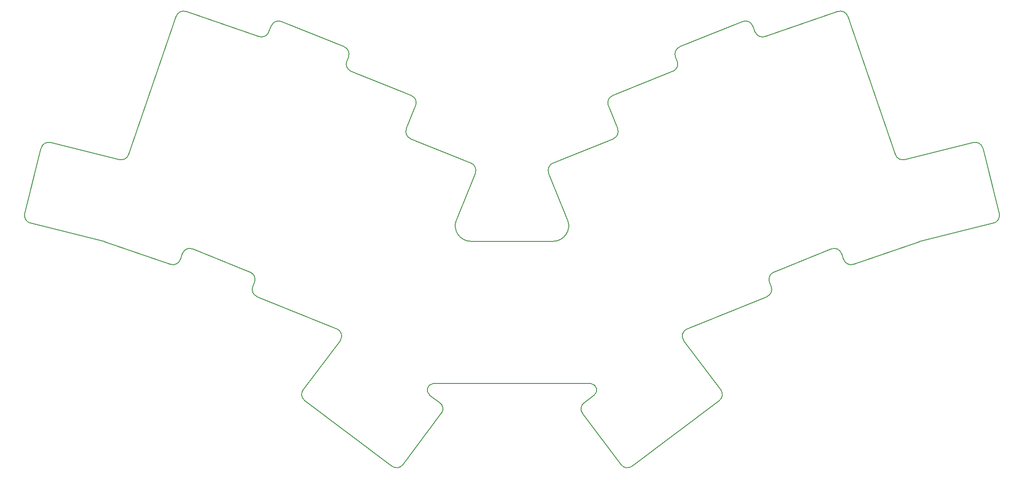
<source format=gbr>
%TF.GenerationSoftware,KiCad,Pcbnew,8.0.5*%
%TF.CreationDate,2024-09-08T16:16:33+10:00*%
%TF.ProjectId,akohekohe,616b6f68-656b-46f6-9865-2e6b69636164,0.1*%
%TF.SameCoordinates,Original*%
%TF.FileFunction,Profile,NP*%
%FSLAX46Y46*%
G04 Gerber Fmt 4.6, Leading zero omitted, Abs format (unit mm)*
G04 Created by KiCad (PCBNEW 8.0.5) date 2024-09-08 16:16:33*
%MOMM*%
%LPD*%
G01*
G04 APERTURE LIST*
%TA.AperFunction,Profile*%
%ADD10C,0.150000*%
%TD*%
G04 APERTURE END LIST*
D10*
X68404783Y-112050324D02*
G75*
G02*
X67312267Y-110231988I362910J1455426D01*
G01*
X153103141Y-115538876D02*
G75*
G02*
X150321573Y-111415041I-52J2999980D01*
G01*
X236541371Y-99818534D02*
G75*
G02*
X234760220Y-98851427I-362875J1455436D01*
G01*
X87263952Y-98851427D02*
G75*
G02*
X85482808Y-99818501I-1418249J488332D01*
G01*
X114727324Y-74049024D02*
X114235972Y-75265143D01*
X179542139Y-89441974D02*
G75*
G02*
X180370992Y-87489210I1390763J561975D01*
G01*
X176228358Y-142949816D02*
G75*
G02*
X176800732Y-145162853I-147477J-1218680D01*
G01*
X194066500Y-134683583D02*
X201168869Y-144108750D01*
X130063352Y-82806695D02*
X141653158Y-87489265D01*
X194066499Y-134683592D02*
G75*
G02*
X194702563Y-132390119I1197979J902695D01*
G01*
X147128433Y-146611258D02*
G75*
G02*
X147423600Y-148711904I-902942J-1197935D01*
G01*
X121150479Y-146209399D02*
X137921848Y-158847540D01*
X129234510Y-80853999D02*
X129562257Y-80042723D01*
X82599810Y-115589532D02*
G75*
G02*
X82725285Y-115626692I-362321J-1453858D01*
G01*
X201168869Y-144108750D02*
G75*
G02*
X200873680Y-146209441I-1197989J-902744D01*
G01*
X127321591Y-132390075D02*
G75*
G02*
X127957573Y-134683528I-561900J-1390723D01*
G01*
X140702628Y-93846087D02*
X142482016Y-89441958D01*
X120855265Y-144108745D02*
X127957628Y-134683570D01*
X99602368Y-117011438D02*
X110663318Y-121480366D01*
X98338905Y-71294739D02*
X112356842Y-76121484D01*
X141653158Y-87489265D02*
G75*
G02*
X142481994Y-89441949I-561866J-1390735D01*
G01*
X234760202Y-98851431D02*
X225591865Y-72224661D01*
X70457212Y-97618160D02*
X67312241Y-110231982D01*
X182001622Y-158552299D02*
X174600491Y-148711968D01*
X110663318Y-121480366D02*
G75*
G02*
X111492106Y-123433041I-561923J-1390723D01*
G01*
X141531492Y-95798771D02*
G75*
G02*
X140702689Y-93846112I562013J1390767D01*
G01*
X150321602Y-111415053D02*
X153950161Y-102434033D01*
X96432260Y-72224663D02*
G75*
G02*
X98338886Y-71294794I1418228J-488339D01*
G01*
X239298874Y-115626711D02*
G75*
G02*
X239424366Y-115589553I485922J-1410593D01*
G01*
X70457225Y-97618163D02*
G75*
G02*
X72275544Y-96525608I1455471J-362938D01*
G01*
X223685227Y-71294730D02*
G75*
G02*
X225591869Y-72224655I488369J-1418262D01*
G01*
X140022510Y-158552294D02*
X147423657Y-148711947D01*
X239298874Y-115626711D02*
X226695197Y-119966520D01*
X205344121Y-73220143D02*
X193290741Y-78090033D01*
X210859767Y-124244344D02*
G75*
G02*
X210030955Y-126197078I-1390782J-561957D01*
G01*
X168902841Y-100481358D02*
X180492636Y-95798774D01*
X147128433Y-146611258D02*
X145221422Y-145165303D01*
X168920998Y-115538873D02*
X153103141Y-115538876D01*
X153121282Y-100481361D02*
G75*
G02*
X153950237Y-102434064I-561894J-1390837D01*
G01*
X192461891Y-80042725D02*
X192789646Y-80854006D01*
X249748617Y-96525590D02*
X236541371Y-99818534D01*
X251566936Y-97618159D02*
X254711921Y-110232010D01*
X168073989Y-102434033D02*
G75*
G02*
X168902826Y-100481315I1390812J561926D01*
G01*
X254711921Y-110232010D02*
G75*
G02*
X253619359Y-112050410I-1455526J-362892D01*
G01*
X97235572Y-119036548D02*
X97622154Y-117913867D01*
X82725285Y-115626692D02*
X95328947Y-119966512D01*
X226695197Y-119966520D02*
G75*
G02*
X224788534Y-119036600I-488399J1418235D01*
G01*
X114727324Y-74049024D02*
G75*
G02*
X116679983Y-73220161I1390755J-561884D01*
G01*
X121150479Y-146209401D02*
G75*
G02*
X120855308Y-144108778I902712J1197895D01*
G01*
X145223437Y-145162829D02*
G75*
G02*
X145795790Y-142949834I719852J994335D01*
G01*
X176228358Y-142949816D02*
X145795786Y-142949803D01*
X111993245Y-126197022D02*
G75*
G02*
X111164462Y-124244376I561952J1390723D01*
G01*
X179542139Y-89441974D02*
X181321528Y-93846096D01*
X224788577Y-119036585D02*
X224401999Y-117913857D01*
X249748617Y-96525590D02*
G75*
G02*
X251566974Y-97618148I362868J-1455510D01*
G01*
X253619342Y-112050342D02*
X239424343Y-115589547D01*
X168073989Y-102434034D02*
X171702554Y-111415058D01*
X68404783Y-112050324D02*
X82599810Y-115589532D01*
X87263939Y-98851436D02*
X96432296Y-72224646D01*
X130063352Y-82806695D02*
G75*
G02*
X129234446Y-80853973I561846J1390788D01*
G01*
X128733394Y-78090030D02*
G75*
G02*
X129562256Y-80042723I-561902J-1390772D01*
G01*
X97235571Y-119036555D02*
G75*
G02*
X95328952Y-119966498I-1418288J488353D01*
G01*
X111492167Y-123433066D02*
X111164377Y-124244342D01*
X184102317Y-158847555D02*
G75*
G02*
X182001615Y-158552304I-902728J1197958D01*
G01*
X72275550Y-96525583D02*
X85482801Y-99818529D01*
X114235972Y-75265143D02*
G75*
G02*
X112356838Y-76121496I-1390782J561944D01*
G01*
X141531492Y-95798771D02*
X153121282Y-100481361D01*
X111993245Y-126197022D02*
X127321587Y-132390066D01*
X128733396Y-78090026D02*
X116679993Y-73220136D01*
X207296834Y-74049024D02*
X207788185Y-75265147D01*
X222421807Y-117011479D02*
X211360874Y-121480362D01*
X223685227Y-71294730D02*
X209667319Y-76121494D01*
X210531995Y-123433047D02*
G75*
G02*
X211360891Y-121480419I1390796J561852D01*
G01*
X180371020Y-87489279D02*
X191960795Y-82806676D01*
X97622154Y-117913867D02*
G75*
G02*
X99602374Y-117011424I1418339J-488436D01*
G01*
X194702544Y-132390072D02*
X210030933Y-126197023D01*
X192789646Y-80854006D02*
G75*
G02*
X191960785Y-82806651I-1390755J-561891D01*
G01*
X205344121Y-73220143D02*
G75*
G02*
X207296880Y-74049011I561974J-1390746D01*
G01*
X174600491Y-148711968D02*
G75*
G02*
X174895746Y-146611308I1198194J902669D01*
G01*
X222421807Y-117011479D02*
G75*
G02*
X224401978Y-117913864I561886J-1390823D01*
G01*
X171702554Y-111415058D02*
G75*
G02*
X168920998Y-115538908I-2781565J-1123833D01*
G01*
X210859767Y-124244344D02*
X210531995Y-123433047D01*
X192461891Y-80042722D02*
G75*
G02*
X193290733Y-78090013I1390801J561923D01*
G01*
X181321527Y-93846093D02*
G75*
G02*
X180492657Y-95798825I-1390841J-561914D01*
G01*
X209667319Y-76121494D02*
G75*
G02*
X207788151Y-75265161I-488431J1418192D01*
G01*
X140022510Y-158552294D02*
G75*
G02*
X137921874Y-158847505I-1197922J902700D01*
G01*
X174895712Y-146611263D02*
X176802722Y-145165305D01*
X200873662Y-146209417D02*
X184102317Y-158847555D01*
M02*

</source>
